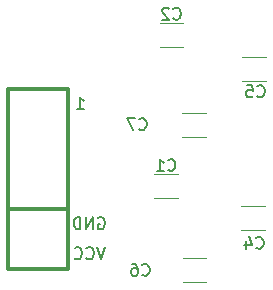
<source format=gbo>
G04 #@! TF.GenerationSoftware,KiCad,Pcbnew,(5.1.2)-2*
G04 #@! TF.CreationDate,2019-07-07T18:05:40+09:00*
G04 #@! TF.ProjectId,PmodICSIF,506d6f64-4943-4534-9946-2e6b69636164,rev?*
G04 #@! TF.SameCoordinates,Original*
G04 #@! TF.FileFunction,Legend,Bot*
G04 #@! TF.FilePolarity,Positive*
%FSLAX46Y46*%
G04 Gerber Fmt 4.6, Leading zero omitted, Abs format (unit mm)*
G04 Created by KiCad (PCBNEW (5.1.2)-2) date 2019-07-07 18:05:40*
%MOMM*%
%LPD*%
G04 APERTURE LIST*
%ADD10C,0.120000*%
%ADD11C,0.304800*%
%ADD12C,0.150000*%
G04 APERTURE END LIST*
D10*
X86757000Y-91825000D02*
X84757000Y-91825000D01*
X84757000Y-89785000D02*
X86757000Y-89785000D01*
X85201000Y-76958000D02*
X87201000Y-76958000D01*
X87201000Y-78998000D02*
X85201000Y-78998000D01*
X94123000Y-94492000D02*
X92123000Y-94492000D01*
X92123000Y-92452000D02*
X94123000Y-92452000D01*
X92186000Y-79879000D02*
X94186000Y-79879000D01*
X94186000Y-81919000D02*
X92186000Y-81919000D01*
X89170000Y-98937000D02*
X87170000Y-98937000D01*
X87170000Y-96897000D02*
X89170000Y-96897000D01*
X87106000Y-84578000D02*
X89106000Y-84578000D01*
X89106000Y-86618000D02*
X87106000Y-86618000D01*
D11*
X77470000Y-92710000D02*
X72390000Y-92710000D01*
X77470000Y-82550000D02*
X72390000Y-82550000D01*
X77470000Y-97790000D02*
X77470000Y-82550000D01*
X72390000Y-97790000D02*
X77470000Y-97790000D01*
X72390000Y-82550000D02*
X72390000Y-97790000D01*
D12*
X85923666Y-89412142D02*
X85971285Y-89459761D01*
X86114142Y-89507380D01*
X86209380Y-89507380D01*
X86352238Y-89459761D01*
X86447476Y-89364523D01*
X86495095Y-89269285D01*
X86542714Y-89078809D01*
X86542714Y-88935952D01*
X86495095Y-88745476D01*
X86447476Y-88650238D01*
X86352238Y-88555000D01*
X86209380Y-88507380D01*
X86114142Y-88507380D01*
X85971285Y-88555000D01*
X85923666Y-88602619D01*
X84971285Y-89507380D02*
X85542714Y-89507380D01*
X85257000Y-89507380D02*
X85257000Y-88507380D01*
X85352238Y-88650238D01*
X85447476Y-88745476D01*
X85542714Y-88793095D01*
X86367666Y-76585142D02*
X86415285Y-76632761D01*
X86558142Y-76680380D01*
X86653380Y-76680380D01*
X86796238Y-76632761D01*
X86891476Y-76537523D01*
X86939095Y-76442285D01*
X86986714Y-76251809D01*
X86986714Y-76108952D01*
X86939095Y-75918476D01*
X86891476Y-75823238D01*
X86796238Y-75728000D01*
X86653380Y-75680380D01*
X86558142Y-75680380D01*
X86415285Y-75728000D01*
X86367666Y-75775619D01*
X85986714Y-75775619D02*
X85939095Y-75728000D01*
X85843857Y-75680380D01*
X85605761Y-75680380D01*
X85510523Y-75728000D01*
X85462904Y-75775619D01*
X85415285Y-75870857D01*
X85415285Y-75966095D01*
X85462904Y-76108952D01*
X86034333Y-76680380D01*
X85415285Y-76680380D01*
X93384666Y-95988142D02*
X93432285Y-96035761D01*
X93575142Y-96083380D01*
X93670380Y-96083380D01*
X93813238Y-96035761D01*
X93908476Y-95940523D01*
X93956095Y-95845285D01*
X94003714Y-95654809D01*
X94003714Y-95511952D01*
X93956095Y-95321476D01*
X93908476Y-95226238D01*
X93813238Y-95131000D01*
X93670380Y-95083380D01*
X93575142Y-95083380D01*
X93432285Y-95131000D01*
X93384666Y-95178619D01*
X92527523Y-95416714D02*
X92527523Y-96083380D01*
X92765619Y-95035761D02*
X93003714Y-95750047D01*
X92384666Y-95750047D01*
X93479666Y-83161142D02*
X93527285Y-83208761D01*
X93670142Y-83256380D01*
X93765380Y-83256380D01*
X93908238Y-83208761D01*
X94003476Y-83113523D01*
X94051095Y-83018285D01*
X94098714Y-82827809D01*
X94098714Y-82684952D01*
X94051095Y-82494476D01*
X94003476Y-82399238D01*
X93908238Y-82304000D01*
X93765380Y-82256380D01*
X93670142Y-82256380D01*
X93527285Y-82304000D01*
X93479666Y-82351619D01*
X92574904Y-82256380D02*
X93051095Y-82256380D01*
X93098714Y-82732571D01*
X93051095Y-82684952D01*
X92955857Y-82637333D01*
X92717761Y-82637333D01*
X92622523Y-82684952D01*
X92574904Y-82732571D01*
X92527285Y-82827809D01*
X92527285Y-83065904D01*
X92574904Y-83161142D01*
X92622523Y-83208761D01*
X92717761Y-83256380D01*
X92955857Y-83256380D01*
X93051095Y-83208761D01*
X93098714Y-83161142D01*
X83732666Y-98274142D02*
X83780285Y-98321761D01*
X83923142Y-98369380D01*
X84018380Y-98369380D01*
X84161238Y-98321761D01*
X84256476Y-98226523D01*
X84304095Y-98131285D01*
X84351714Y-97940809D01*
X84351714Y-97797952D01*
X84304095Y-97607476D01*
X84256476Y-97512238D01*
X84161238Y-97417000D01*
X84018380Y-97369380D01*
X83923142Y-97369380D01*
X83780285Y-97417000D01*
X83732666Y-97464619D01*
X82875523Y-97369380D02*
X83066000Y-97369380D01*
X83161238Y-97417000D01*
X83208857Y-97464619D01*
X83304095Y-97607476D01*
X83351714Y-97797952D01*
X83351714Y-98178904D01*
X83304095Y-98274142D01*
X83256476Y-98321761D01*
X83161238Y-98369380D01*
X82970761Y-98369380D01*
X82875523Y-98321761D01*
X82827904Y-98274142D01*
X82780285Y-98178904D01*
X82780285Y-97940809D01*
X82827904Y-97845571D01*
X82875523Y-97797952D01*
X82970761Y-97750333D01*
X83161238Y-97750333D01*
X83256476Y-97797952D01*
X83304095Y-97845571D01*
X83351714Y-97940809D01*
X83478666Y-85955142D02*
X83526285Y-86002761D01*
X83669142Y-86050380D01*
X83764380Y-86050380D01*
X83907238Y-86002761D01*
X84002476Y-85907523D01*
X84050095Y-85812285D01*
X84097714Y-85621809D01*
X84097714Y-85478952D01*
X84050095Y-85288476D01*
X84002476Y-85193238D01*
X83907238Y-85098000D01*
X83764380Y-85050380D01*
X83669142Y-85050380D01*
X83526285Y-85098000D01*
X83478666Y-85145619D01*
X83145333Y-85050380D02*
X82478666Y-85050380D01*
X82907238Y-86050380D01*
X78200285Y-84272380D02*
X78771714Y-84272380D01*
X78486000Y-84272380D02*
X78486000Y-83272380D01*
X78581238Y-83415238D01*
X78676476Y-83510476D01*
X78771714Y-83558095D01*
X80009904Y-93480000D02*
X80105142Y-93432380D01*
X80248000Y-93432380D01*
X80390857Y-93480000D01*
X80486095Y-93575238D01*
X80533714Y-93670476D01*
X80581333Y-93860952D01*
X80581333Y-94003809D01*
X80533714Y-94194285D01*
X80486095Y-94289523D01*
X80390857Y-94384761D01*
X80248000Y-94432380D01*
X80152761Y-94432380D01*
X80009904Y-94384761D01*
X79962285Y-94337142D01*
X79962285Y-94003809D01*
X80152761Y-94003809D01*
X79533714Y-94432380D02*
X79533714Y-93432380D01*
X78962285Y-94432380D01*
X78962285Y-93432380D01*
X78486095Y-94432380D02*
X78486095Y-93432380D01*
X78248000Y-93432380D01*
X78105142Y-93480000D01*
X78009904Y-93575238D01*
X77962285Y-93670476D01*
X77914666Y-93860952D01*
X77914666Y-94003809D01*
X77962285Y-94194285D01*
X78009904Y-94289523D01*
X78105142Y-94384761D01*
X78248000Y-94432380D01*
X78486095Y-94432380D01*
X80581333Y-95972380D02*
X80248000Y-96972380D01*
X79914666Y-95972380D01*
X79009904Y-96877142D02*
X79057523Y-96924761D01*
X79200380Y-96972380D01*
X79295619Y-96972380D01*
X79438476Y-96924761D01*
X79533714Y-96829523D01*
X79581333Y-96734285D01*
X79628952Y-96543809D01*
X79628952Y-96400952D01*
X79581333Y-96210476D01*
X79533714Y-96115238D01*
X79438476Y-96020000D01*
X79295619Y-95972380D01*
X79200380Y-95972380D01*
X79057523Y-96020000D01*
X79009904Y-96067619D01*
X78009904Y-96877142D02*
X78057523Y-96924761D01*
X78200380Y-96972380D01*
X78295619Y-96972380D01*
X78438476Y-96924761D01*
X78533714Y-96829523D01*
X78581333Y-96734285D01*
X78628952Y-96543809D01*
X78628952Y-96400952D01*
X78581333Y-96210476D01*
X78533714Y-96115238D01*
X78438476Y-96020000D01*
X78295619Y-95972380D01*
X78200380Y-95972380D01*
X78057523Y-96020000D01*
X78009904Y-96067619D01*
M02*

</source>
